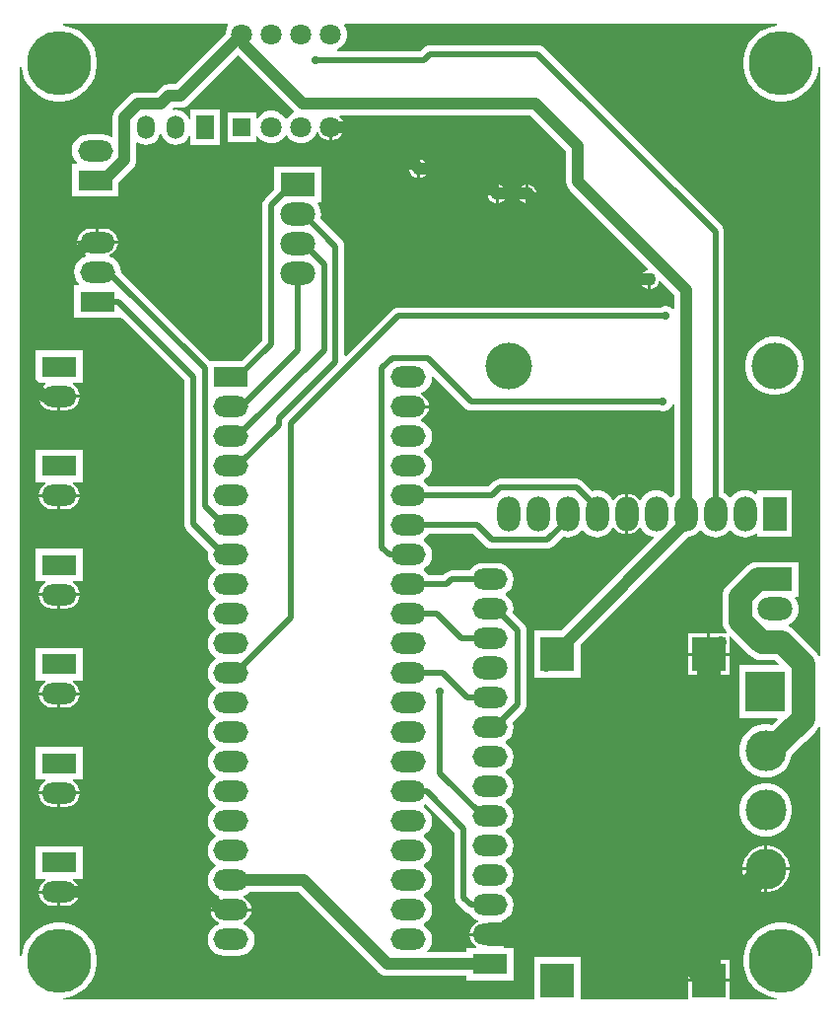
<source format=gbl>
G04*
G04 #@! TF.GenerationSoftware,Altium Limited,Altium Designer,21.3.2 (30)*
G04*
G04 Layer_Physical_Order=2*
G04 Layer_Color=16711680*
%FSTAX24Y24*%
%MOIN*%
G70*
G04*
G04 #@! TF.SameCoordinates,B2E6FB57-DAF8-471C-B04C-D09EA4292E56*
G04*
G04*
G04 #@! TF.FilePolarity,Positive*
G04*
G01*
G75*
%ADD19R,0.0591X0.0591*%
%ADD45C,0.0787*%
%ADD46C,0.0394*%
%ADD47C,0.0197*%
%ADD48C,0.1575*%
%ADD49R,0.0787X0.1181*%
%ADD50O,0.0787X0.1181*%
%ADD51R,0.1181X0.1181*%
%ADD52O,0.1181X0.0709*%
%ADD53R,0.1181X0.0709*%
%ADD54O,0.1181X0.0709*%
%ADD55R,0.1181X0.0709*%
%ADD56O,0.1181X0.0787*%
%ADD57R,0.1181X0.0787*%
%ADD58O,0.0591X0.0787*%
%ADD59R,0.0591X0.0787*%
%ADD60C,0.0709*%
%ADD61C,0.1378*%
%ADD62R,0.1378X0.1378*%
%ADD63C,0.2165*%
%ADD64C,0.0276*%
%ADD65C,0.0433*%
G36*
X025843Y033163D02*
X025685Y033138D01*
X025493Y033076D01*
X025314Y032984D01*
X025151Y032866D01*
X025008Y032723D01*
X02489Y03256D01*
X024798Y032381D01*
X024736Y032189D01*
X024705Y03199D01*
Y031789D01*
X024736Y03159D01*
X024798Y031399D01*
X02489Y031219D01*
X025008Y031056D01*
X025151Y030914D01*
X025314Y030795D01*
X025493Y030704D01*
X025685Y030642D01*
X025884Y03061D01*
X026085D01*
X026284Y030642D01*
X026475Y030704D01*
X026655Y030795D01*
X026818Y030914D01*
X02696Y031056D01*
X027079Y031219D01*
X02717Y031399D01*
X027232Y03159D01*
X027257Y031749D01*
X027307Y031745D01*
Y011877D01*
X027257Y011865D01*
X027225Y011925D01*
X027152Y012015D01*
X026429Y012738D01*
X026339Y012811D01*
X026245Y012862D01*
X026239Y012891D01*
X026242Y012917D01*
X026314Y012955D01*
X026404Y013029D01*
X026478Y013119D01*
X026532Y013222D01*
X026566Y013333D01*
X026578Y013449D01*
X026566Y013565D01*
X026532Y013676D01*
X026478Y013779D01*
X026449Y013813D01*
X026471Y013858D01*
X026575D01*
Y015039D01*
X025816D01*
X025787Y015042D01*
X025199D01*
X02517Y015039D01*
X025D01*
Y015006D01*
X024972Y014997D01*
X024869Y014942D01*
X024779Y014868D01*
X024187Y014276D01*
X024113Y014186D01*
X024058Y014084D01*
X024024Y013972D01*
X024013Y013857D01*
Y013041D01*
X024024Y012925D01*
X024058Y012814D01*
X024113Y012711D01*
X024149Y012667D01*
X024126Y012617D01*
X023591D01*
Y011977D01*
X024231D01*
Y012512D01*
X024278Y012531D01*
X02491Y011898D01*
X025Y011825D01*
X025102Y01177D01*
X025214Y011736D01*
X025329Y011725D01*
X025763D01*
X025894Y011593D01*
X025875Y011547D01*
X024567D01*
Y009776D01*
X025842D01*
X025861Y009729D01*
X025659Y009527D01*
X02556Y009547D01*
X025385D01*
X025214Y009513D01*
X025053Y009446D01*
X024908Y009349D01*
X024784Y009226D01*
X024687Y009081D01*
X024621Y00892D01*
X024587Y008749D01*
Y008574D01*
X024621Y008403D01*
X024687Y008242D01*
X024784Y008097D01*
X024908Y007973D01*
X025053Y007876D01*
X025214Y00781D01*
X025385Y007776D01*
X02556D01*
X025731Y00781D01*
X025892Y007876D01*
X026037Y007973D01*
X026161Y008097D01*
X026257Y008242D01*
X026324Y008403D01*
X026352Y008542D01*
X026679Y008869D01*
X026716Y008888D01*
X026806Y008962D01*
X027152Y009308D01*
X027225Y009398D01*
X027257Y009458D01*
X027307Y009445D01*
Y00172D01*
X027257Y001716D01*
X027232Y001874D01*
X02717Y002066D01*
X027079Y002245D01*
X02696Y002408D01*
X026818Y002551D01*
X026655Y002669D01*
X026475Y002761D01*
X026284Y002823D01*
X026085Y002854D01*
X025884D01*
X025685Y002823D01*
X025493Y002761D01*
X025314Y002669D01*
X025151Y002551D01*
X025008Y002408D01*
X02489Y002245D01*
X024798Y002066D01*
X024736Y001874D01*
X024705Y001675D01*
Y001474D01*
X024736Y001275D01*
X024798Y001084D01*
X02489Y000904D01*
X025008Y000741D01*
X025151Y000599D01*
X025314Y00048D01*
X025493Y000389D01*
X025685Y000327D01*
X025843Y000302D01*
X025839Y000252D01*
X024231D01*
Y000853D01*
X023541D01*
X02285D01*
Y000252D01*
X01921D01*
Y00169D01*
X017635D01*
Y000252D01*
X00172D01*
X001716Y000302D01*
X001874Y000327D01*
X002066Y000389D01*
X002245Y00048D01*
X002408Y000599D01*
X002551Y000741D01*
X002669Y000904D01*
X002761Y001084D01*
X002823Y001275D01*
X002854Y001474D01*
Y001675D01*
X002823Y001874D01*
X002761Y002066D01*
X002669Y002245D01*
X002551Y002408D01*
X002408Y002551D01*
X002245Y002669D01*
X002066Y002761D01*
X001874Y002823D01*
X001675Y002854D01*
X001474D01*
X001275Y002823D01*
X001084Y002761D01*
X000904Y002669D01*
X000741Y002551D01*
X000599Y002408D01*
X00048Y002245D01*
X000389Y002066D01*
X000327Y001874D01*
X000302Y001716D01*
X000252Y00172D01*
Y031745D01*
X000302Y031749D01*
X000327Y03159D01*
X000389Y031399D01*
X00048Y031219D01*
X000599Y031056D01*
X000741Y030914D01*
X000904Y030795D01*
X001084Y030704D01*
X001275Y030642D01*
X001474Y03061D01*
X001675D01*
X001874Y030642D01*
X002066Y030704D01*
X002245Y030795D01*
X002408Y030914D01*
X002551Y031056D01*
X002669Y031219D01*
X002761Y031399D01*
X002823Y03159D01*
X002854Y031789D01*
Y03199D01*
X002823Y032189D01*
X002761Y032381D01*
X002669Y03256D01*
X002551Y032723D01*
X002408Y032866D01*
X002245Y032984D01*
X002066Y033076D01*
X001874Y033138D01*
X001716Y033163D01*
X00172Y033213D01*
X00726D01*
X007289Y033163D01*
X007238Y033075D01*
X007201Y032935D01*
Y032873D01*
X005513Y031184D01*
X005276D01*
X005276Y031184D01*
X005276Y031184D01*
X005212Y031176D01*
X005173Y031171D01*
X005173Y031171D01*
X005173Y031171D01*
X005112Y031146D01*
X005077Y031131D01*
X005077Y031131D01*
X005077Y031131D01*
X005031Y031096D01*
X004995Y031068D01*
X004995Y031068D01*
X004995Y031068D01*
X004836Y030909D01*
X004226D01*
X004124Y030895D01*
X004028Y030856D01*
X003946Y030793D01*
X003503Y03035D01*
X00344Y030268D01*
X0034Y030172D01*
X003387Y030069D01*
Y029416D01*
X003342Y029394D01*
X003309Y029418D01*
X003175Y029474D01*
X003031Y029493D01*
X002559D01*
X002415Y029474D01*
X002281Y029418D01*
X002166Y02933D01*
X002078Y029215D01*
X002022Y029081D01*
X002003Y028937D01*
X002022Y028793D01*
X002078Y028659D01*
X002166Y028544D01*
X002177Y028536D01*
X002161Y028488D01*
X002008D01*
Y027386D01*
X003583D01*
Y027869D01*
X004065Y028351D01*
X004128Y028433D01*
X004167Y028529D01*
X004181Y028632D01*
Y029203D01*
X004226Y029225D01*
X004264Y029196D01*
X004383Y029147D01*
X004512Y02913D01*
X00464Y029147D01*
X00476Y029196D01*
X004863Y029275D01*
X004942Y029378D01*
X004986Y029485D01*
X004986Y029485D01*
X005037D01*
X005038Y029485D01*
X005082Y029378D01*
X005161Y029275D01*
X005264Y029196D01*
X005383Y029147D01*
X005512Y02913D01*
X00564Y029147D01*
X00576Y029196D01*
X005863Y029275D01*
X005942Y029378D01*
X00597Y029445D01*
X00602Y029435D01*
Y029134D01*
X007004D01*
Y030315D01*
X00602D01*
Y030013D01*
X00597Y030003D01*
X005942Y030071D01*
X005863Y030174D01*
X00576Y030253D01*
X00564Y030302D01*
X005512Y030319D01*
X005429Y030308D01*
X005405Y030356D01*
X00544Y03039D01*
X005677D01*
X00578Y030404D01*
X005876Y030443D01*
X005958Y030507D01*
X007622Y032171D01*
X009505Y030288D01*
X009497Y030225D01*
X009414Y030177D01*
X009311Y030075D01*
X009277Y030016D01*
X009227D01*
X009193Y030075D01*
X00909Y030177D01*
X008965Y03025D01*
X008825Y030287D01*
X008679D01*
X008539Y03025D01*
X008414Y030177D01*
X008311Y030075D01*
X008292Y030043D01*
X008244Y030056D01*
Y030228D01*
X00726D01*
Y029244D01*
X008244D01*
Y029417D01*
X008292Y02943D01*
X008311Y029398D01*
X008414Y029295D01*
X008539Y029223D01*
X008679Y029185D01*
X008825D01*
X008965Y029223D01*
X00909Y029295D01*
X009193Y029398D01*
X009227Y029457D01*
X009277D01*
X009311Y029398D01*
X009414Y029295D01*
X009539Y029223D01*
X009679Y029185D01*
X009825D01*
X009965Y029223D01*
X01009Y029295D01*
X010193Y029398D01*
X010266Y029523D01*
X010277Y029566D01*
X010327D01*
X010329Y029561D01*
X010388Y029457D01*
X010473Y029373D01*
X010577Y029313D01*
X010692Y029282D01*
X010702D01*
Y029736D01*
X010752D01*
Y029786D01*
X011206D01*
Y029796D01*
X011175Y029912D01*
X011116Y030015D01*
X011048Y030083D01*
X011069Y030133D01*
X017495D01*
X018713Y028915D01*
Y02789D01*
X018727Y027787D01*
X018766Y027691D01*
X018829Y027609D01*
X021484Y024954D01*
X021469Y024899D01*
X021418Y024885D01*
X021346Y024843D01*
X021287Y024784D01*
X021245Y024712D01*
X021226Y02464D01*
X02154D01*
Y02459D01*
X02159D01*
Y024276D01*
X021662Y024295D01*
X021734Y024337D01*
X021793Y024396D01*
X021835Y024468D01*
X021849Y024519D01*
X021904Y024534D01*
X022363Y024076D01*
Y023599D01*
X022313Y023579D01*
X022277Y023614D01*
X022201Y023658D01*
X022116Y023681D01*
X022027D01*
X021942Y023658D01*
X021918Y023644D01*
X013039D01*
X012962Y023634D01*
X012891Y023604D01*
X012829Y023557D01*
X011269Y021997D01*
X011223Y022016D01*
Y025705D01*
X011223Y025705D01*
X011213Y025782D01*
X011183Y025854D01*
X011136Y025915D01*
X011136Y025915D01*
X010414Y026637D01*
X010425Y026672D01*
X010436Y026787D01*
X010425Y026903D01*
X010391Y027014D01*
X010336Y027117D01*
X010308Y027152D01*
X010329Y027197D01*
X010433D01*
Y028378D01*
X008858D01*
Y027618D01*
X00853Y027289D01*
X008482Y027228D01*
X008452Y027156D01*
X008442Y027079D01*
Y022525D01*
X007752Y021835D01*
X006666D01*
X003665Y024835D01*
X003666Y024843D01*
X003647Y024986D01*
X003592Y02512D01*
X003503Y025236D01*
X003388Y025324D01*
X003282Y025368D01*
Y025422D01*
X003339Y025446D01*
X003434Y025518D01*
X003507Y025613D01*
X003553Y025724D01*
X003562Y025793D01*
X002874D01*
X002186D01*
X002195Y025724D01*
X002241Y025613D01*
X002314Y025518D01*
X002409Y025446D01*
X002466Y025422D01*
Y025368D01*
X00236Y025324D01*
X002245Y025236D01*
X002156Y02512D01*
X002101Y024986D01*
X002082Y024843D01*
X002101Y024699D01*
X002156Y024565D01*
X002245Y024449D01*
X002256Y024441D01*
X00224Y024394D01*
X002087D01*
Y023291D01*
X003661D01*
X003661Y023291D01*
Y023291D01*
X003707Y023277D01*
X005805Y021179D01*
Y016331D01*
X005815Y016254D01*
X005844Y016182D01*
X005892Y01612D01*
X006609Y015403D01*
X006594Y015283D01*
X006613Y01514D01*
X006668Y015005D01*
X006756Y01489D01*
X006857Y014813D01*
X006861Y0148D01*
Y014767D01*
X006857Y014754D01*
X006756Y014677D01*
X006668Y014561D01*
X006613Y014427D01*
X006594Y014283D01*
X006613Y01414D01*
X006668Y014005D01*
X006756Y01389D01*
X006857Y013813D01*
X006861Y0138D01*
Y013767D01*
X006857Y013754D01*
X006756Y013677D01*
X006668Y013561D01*
X006613Y013427D01*
X006594Y013283D01*
X006613Y01314D01*
X006668Y013005D01*
X006756Y01289D01*
X006857Y012813D01*
X006861Y0128D01*
Y012767D01*
X006857Y012754D01*
X006756Y012677D01*
X006668Y012561D01*
X006613Y012427D01*
X006594Y012283D01*
X006613Y01214D01*
X006668Y012005D01*
X006756Y01189D01*
X006857Y011813D01*
X006861Y0118D01*
Y011767D01*
X006857Y011754D01*
X006756Y011677D01*
X006668Y011561D01*
X006613Y011427D01*
X006594Y011283D01*
X006613Y01114D01*
X006668Y011005D01*
X006756Y01089D01*
X006857Y010813D01*
X006861Y0108D01*
Y010767D01*
X006857Y010754D01*
X006756Y010677D01*
X006668Y010561D01*
X006613Y010427D01*
X006594Y010283D01*
X006613Y01014D01*
X006668Y010005D01*
X006756Y00989D01*
X006857Y009813D01*
X006861Y0098D01*
Y009767D01*
X006857Y009754D01*
X006756Y009677D01*
X006668Y009561D01*
X006613Y009427D01*
X006594Y009283D01*
X006613Y00914D01*
X006668Y009005D01*
X006756Y00889D01*
X006857Y008813D01*
X006861Y0088D01*
Y008767D01*
X006857Y008754D01*
X006756Y008677D01*
X006668Y008561D01*
X006613Y008427D01*
X006594Y008283D01*
X006613Y00814D01*
X006668Y008005D01*
X006756Y00789D01*
X006857Y007813D01*
X006861Y0078D01*
Y007767D01*
X006857Y007754D01*
X006756Y007677D01*
X006668Y007561D01*
X006613Y007427D01*
X006594Y007283D01*
X006613Y00714D01*
X006668Y007005D01*
X006756Y00689D01*
X006857Y006813D01*
X006861Y0068D01*
Y006767D01*
X006857Y006754D01*
X006756Y006677D01*
X006668Y006561D01*
X006613Y006427D01*
X006594Y006283D01*
X006613Y00614D01*
X006668Y006005D01*
X006756Y00589D01*
X006857Y005813D01*
X006861Y0058D01*
Y005767D01*
X006857Y005754D01*
X006756Y005677D01*
X006668Y005561D01*
X006613Y005427D01*
X006594Y005283D01*
X006613Y00514D01*
X006668Y005005D01*
X006756Y00489D01*
X006857Y004813D01*
X006861Y0048D01*
Y004767D01*
X006857Y004754D01*
X006756Y004677D01*
X006668Y004561D01*
X006613Y004427D01*
X006594Y004283D01*
X006613Y00414D01*
X006668Y004005D01*
X006756Y00389D01*
X006872Y003802D01*
X006978Y003758D01*
Y003704D01*
X00692Y00368D01*
X006826Y003607D01*
X006753Y003513D01*
X006707Y003402D01*
X006698Y003333D01*
X008074D01*
X008065Y003402D01*
X008019Y003513D01*
X007946Y003607D01*
X007851Y00368D01*
X007794Y003704D01*
Y003758D01*
X0079Y003802D01*
X00801Y003886D01*
X009666D01*
X012384Y001168D01*
X012466Y001105D01*
X012562Y001065D01*
X012665Y001052D01*
X015354D01*
Y000898D01*
X016929D01*
Y002D01*
X016612D01*
X016602Y00205D01*
X016607Y002052D01*
X016702Y002125D01*
X016775Y00222D01*
X016821Y00233D01*
X01683Y002399D01*
X016142D01*
X015454D01*
X015463Y00233D01*
X015509Y00222D01*
X015581Y002125D01*
X015676Y002052D01*
X015681Y00205D01*
X015671Y002D01*
X015354D01*
Y001846D01*
X014031D01*
X014019Y001896D01*
X014103Y002005D01*
X014159Y00214D01*
X014178Y002283D01*
X014159Y002427D01*
X014103Y002561D01*
X014015Y002677D01*
X013914Y002754D01*
X01391Y002767D01*
Y0028D01*
X013914Y002813D01*
X014015Y00289D01*
X014103Y003005D01*
X014159Y00314D01*
X014178Y003283D01*
X014159Y003427D01*
X014103Y003561D01*
X014015Y003677D01*
X013914Y003754D01*
X01391Y003767D01*
Y0038D01*
X013914Y003813D01*
X014015Y00389D01*
X014103Y004005D01*
X014159Y00414D01*
X014178Y004283D01*
X014159Y004427D01*
X014103Y004561D01*
X014015Y004677D01*
X013914Y004754D01*
X01391Y004767D01*
Y0048D01*
X013914Y004813D01*
X014015Y00489D01*
X014103Y005005D01*
X014159Y00514D01*
X014178Y005283D01*
X014159Y005427D01*
X014103Y005561D01*
X014015Y005677D01*
X013914Y005754D01*
X01391Y005767D01*
Y0058D01*
X013914Y005813D01*
X014015Y00589D01*
X014103Y006005D01*
X014159Y00614D01*
X014178Y006283D01*
X014159Y006427D01*
X014103Y006561D01*
X014015Y006677D01*
X013914Y006754D01*
X01391Y006767D01*
Y0068D01*
X013914Y006813D01*
X013991Y006872D01*
X014952Y00591D01*
Y003699D01*
X014962Y003622D01*
X014992Y00355D01*
X015039Y003488D01*
X015289Y003238D01*
X015289Y003238D01*
X015351Y003191D01*
X015423Y003161D01*
X015432Y00316D01*
X015512Y003056D01*
X015628Y002967D01*
X015734Y002923D01*
Y002869D01*
X015676Y002846D01*
X015581Y002773D01*
X015509Y002678D01*
X015463Y002567D01*
X015454Y002499D01*
X016142D01*
X01683D01*
X016821Y002567D01*
X016775Y002678D01*
X016702Y002773D01*
X016607Y002846D01*
X01655Y002869D01*
Y002923D01*
X016656Y002967D01*
X016771Y003056D01*
X016859Y003171D01*
X016915Y003305D01*
X016934Y003449D01*
X016915Y003593D01*
X016859Y003727D01*
X016771Y003842D01*
X01667Y003919D01*
X016666Y003933D01*
Y003965D01*
X01667Y003978D01*
X016771Y004056D01*
X016859Y004171D01*
X016915Y004305D01*
X016934Y004449D01*
X016915Y004593D01*
X016859Y004727D01*
X016771Y004842D01*
X01667Y004919D01*
X016666Y004933D01*
Y004965D01*
X01667Y004978D01*
X016771Y005056D01*
X016859Y005171D01*
X016915Y005305D01*
X016934Y005449D01*
X016915Y005593D01*
X016859Y005727D01*
X016771Y005842D01*
X01667Y005919D01*
X016666Y005933D01*
Y005965D01*
X01667Y005978D01*
X016771Y006056D01*
X016859Y006171D01*
X016915Y006305D01*
X016934Y006449D01*
X016915Y006593D01*
X016859Y006727D01*
X016771Y006842D01*
X01667Y006919D01*
X016666Y006933D01*
Y006965D01*
X01667Y006978D01*
X016771Y007056D01*
X016859Y007171D01*
X016915Y007305D01*
X016934Y007449D01*
X016915Y007593D01*
X016859Y007727D01*
X016771Y007842D01*
X01667Y007919D01*
X016666Y007933D01*
Y007965D01*
X01667Y007978D01*
X016771Y008056D01*
X016859Y008171D01*
X016915Y008305D01*
X016934Y008449D01*
X016915Y008593D01*
X016859Y008727D01*
X016771Y008842D01*
X01667Y008919D01*
X016666Y008933D01*
Y008965D01*
X01667Y008978D01*
X016771Y009056D01*
X016859Y009171D01*
X016915Y009305D01*
X016934Y009449D01*
X016915Y009593D01*
X016899Y00963D01*
X017297Y010028D01*
X017297Y010028D01*
X017345Y01009D01*
X017374Y010162D01*
X017384Y010239D01*
Y012717D01*
X017374Y012794D01*
X017345Y012865D01*
X017297Y012927D01*
X017297Y012927D01*
X016915Y013309D01*
X016934Y013449D01*
X016915Y013593D01*
X016859Y013727D01*
X016771Y013842D01*
X01667Y013919D01*
X016666Y013933D01*
Y013965D01*
X01667Y013978D01*
X016771Y014056D01*
X016859Y014171D01*
X016915Y014305D01*
X016934Y014449D01*
X016915Y014593D01*
X016859Y014727D01*
X016771Y014842D01*
X016656Y01493D01*
X016522Y014986D01*
X016378Y015005D01*
X015906D01*
X015762Y014986D01*
X015628Y01493D01*
X015512Y014842D01*
X015439Y014747D01*
X014845D01*
X014768Y014736D01*
X014696Y014707D01*
X014635Y014659D01*
X014635Y014659D01*
X014557Y014581D01*
X014088D01*
X014015Y014677D01*
X013914Y014754D01*
X01391Y014767D01*
Y0148D01*
X013914Y014813D01*
X014015Y01489D01*
X014103Y015005D01*
X014159Y01514D01*
X014178Y015283D01*
X014159Y015427D01*
X014103Y015561D01*
X014015Y015677D01*
X013914Y015754D01*
X01391Y015767D01*
Y0158D01*
X013914Y015813D01*
X014015Y01589D01*
X014088Y015986D01*
X015577D01*
X015993Y01557D01*
X016054Y015523D01*
X016126Y015493D01*
X016165Y015488D01*
X016203Y015483D01*
X016203Y015483D01*
X018071D01*
X018148Y015493D01*
X01822Y015523D01*
X018281Y01557D01*
X018609Y015898D01*
X018644Y015887D01*
X01876Y015876D01*
X018876Y015887D01*
X018987Y015921D01*
X019089Y015976D01*
X019179Y01605D01*
X019228Y016109D01*
X019292D01*
X01934Y01605D01*
X01943Y015976D01*
X019533Y015921D01*
X019644Y015887D01*
X01976Y015876D01*
X019876Y015887D01*
X019987Y015921D01*
X020089Y015976D01*
X020179Y01605D01*
X020253Y01614D01*
X020285Y016199D01*
X020289Y016201D01*
X020343Y016202D01*
X020408Y016117D01*
X020511Y016038D01*
X020631Y015988D01*
X02071Y015978D01*
Y016666D01*
Y017355D01*
X020631Y017344D01*
X020511Y017294D01*
X020408Y017215D01*
X020343Y017131D01*
X020289Y017132D01*
X020285Y017134D01*
X020253Y017193D01*
X020179Y017283D01*
X020089Y017357D01*
X019987Y017411D01*
X019876Y017445D01*
X01976Y017457D01*
X019644Y017445D01*
X019609Y017435D01*
X019281Y017763D01*
X01922Y01781D01*
X019148Y01784D01*
X019071Y01785D01*
X016474D01*
X016474Y01785D01*
X016436Y017845D01*
X016397Y01784D01*
X016326Y01781D01*
X016264Y017763D01*
X016082Y017581D01*
X014088D01*
X014015Y017677D01*
X013914Y017754D01*
X01391Y017767D01*
Y0178D01*
X013914Y017813D01*
X014015Y01789D01*
X014103Y018005D01*
X014159Y01814D01*
X014178Y018283D01*
X014159Y018427D01*
X014103Y018561D01*
X014015Y018677D01*
X013914Y018754D01*
X01391Y018767D01*
Y0188D01*
X013914Y018813D01*
X014015Y01889D01*
X014103Y019005D01*
X014159Y01914D01*
X014178Y019283D01*
X014159Y019427D01*
X014103Y019561D01*
X014015Y019677D01*
X0139Y019765D01*
X013794Y019809D01*
Y019863D01*
X013851Y019887D01*
X013946Y019959D01*
X014019Y020054D01*
X014065Y020165D01*
X014074Y020233D01*
X013386D01*
Y020333D01*
X014074D01*
X014065Y020402D01*
X014019Y020513D01*
X013946Y020607D01*
X013851Y02068D01*
X013794Y020704D01*
Y020758D01*
X0139Y020802D01*
X014015Y02089D01*
X014103Y021005D01*
X014159Y02114D01*
X014178Y021283D01*
X014176Y021295D01*
X014221Y021318D01*
X015289Y020249D01*
X015289Y020249D01*
X015351Y020202D01*
X015423Y020172D01*
X0155Y020162D01*
X0155Y020162D01*
X021837D01*
X021861Y020148D01*
X021946Y020125D01*
X022034D01*
X022119Y020148D01*
X022195Y020192D01*
X022258Y020255D01*
X022302Y020331D01*
X022313Y020371D01*
X022363Y020365D01*
Y017301D01*
X02234Y017283D01*
X022292Y017224D01*
X022228D01*
X022179Y017283D01*
X02209Y017357D01*
X021987Y017411D01*
X021876Y017445D01*
X02176Y017457D01*
X021644Y017445D01*
X021533Y017411D01*
X02143Y017357D01*
X02134Y017283D01*
X021266Y017193D01*
X021235Y017134D01*
X02123Y017132D01*
X021177Y017131D01*
X021112Y017215D01*
X021009Y017294D01*
X020889Y017344D01*
X02081Y017355D01*
Y016666D01*
Y015978D01*
X020889Y015988D01*
X021009Y016038D01*
X021112Y016117D01*
X021177Y016202D01*
X02123Y016201D01*
X021235Y016199D01*
X021266Y01614D01*
X02134Y01605D01*
X02143Y015976D01*
X021533Y015921D01*
X021644Y015887D01*
X021664Y015886D01*
X021681Y015838D01*
X018556Y012714D01*
X017635D01*
Y011559D01*
X017632Y011533D01*
X017635Y011507D01*
Y011139D01*
X018003D01*
X018029Y011136D01*
X018055Y011139D01*
X01921D01*
Y012245D01*
X02285Y015885D01*
X022876Y015887D01*
X022987Y015921D01*
X023089Y015976D01*
X023179Y01605D01*
X023228Y016109D01*
X023292D01*
X02334Y01605D01*
X02343Y015976D01*
X023533Y015921D01*
X023644Y015887D01*
X02376Y015876D01*
X023876Y015887D01*
X023987Y015921D01*
X02409Y015976D01*
X024179Y01605D01*
X024228Y016109D01*
X024292D01*
X02434Y01605D01*
X02443Y015976D01*
X024533Y015921D01*
X024644Y015887D01*
X02476Y015876D01*
X024876Y015887D01*
X024987Y015921D01*
X025089Y015976D01*
X025124Y016004D01*
X025169Y015983D01*
Y015879D01*
X02635D01*
Y017454D01*
X025169D01*
Y01735D01*
X025124Y017328D01*
X025089Y017357D01*
X024987Y017411D01*
X024876Y017445D01*
X02476Y017457D01*
X024644Y017445D01*
X024533Y017411D01*
X02443Y017357D01*
X02434Y017283D01*
X024292Y017224D01*
X024228D01*
X024179Y017283D01*
X02409Y017357D01*
X024058Y017374D01*
Y0262D01*
X024058Y0262D01*
X024047Y026277D01*
X024018Y026349D01*
X02397Y026411D01*
X017966Y032415D01*
X017904Y032463D01*
X017832Y032492D01*
X017755Y032503D01*
X014105D01*
X014028Y032492D01*
X013956Y032463D01*
X013894Y032415D01*
X013894Y032415D01*
X013785Y032306D01*
X01099D01*
X010977Y032356D01*
X01109Y032421D01*
X011193Y032524D01*
X011266Y032649D01*
X011303Y03279D01*
Y032935D01*
X011266Y033075D01*
X011215Y033163D01*
X011244Y033213D01*
X025839D01*
X025843Y033163D01*
D02*
G37*
%LPC*%
G36*
X011206Y029686D02*
X010802D01*
Y029282D01*
X010812D01*
X010927Y029313D01*
X011031Y029373D01*
X011116Y029457D01*
X011175Y029561D01*
X011206Y029676D01*
Y029686D01*
D02*
G37*
G36*
X01378Y028644D02*
Y02838D01*
X014044D01*
X014025Y028452D01*
X013983Y028524D01*
X013924Y028583D01*
X013852Y028625D01*
X01378Y028644D01*
D02*
G37*
G36*
X01368D02*
X013608Y028625D01*
X013536Y028583D01*
X013477Y028524D01*
X013435Y028452D01*
X013416Y02838D01*
X01368D01*
Y028644D01*
D02*
G37*
G36*
X014044Y02828D02*
X01378D01*
Y028016D01*
X013852Y028035D01*
X013924Y028077D01*
X013983Y028136D01*
X014025Y028208D01*
X014044Y02828D01*
D02*
G37*
G36*
X01368D02*
X013416D01*
X013435Y028208D01*
X013477Y028136D01*
X013536Y028077D01*
X013608Y028035D01*
X01368Y028016D01*
Y02828D01*
D02*
G37*
G36*
X017452Y027795D02*
Y02753D01*
X017716D01*
X017697Y027602D01*
X017655Y027675D01*
X017596Y027734D01*
X017524Y027775D01*
X017452Y027795D01*
D02*
G37*
G36*
X017352D02*
X017279Y027775D01*
X017207Y027734D01*
X017148Y027675D01*
X017107Y027602D01*
X017087Y02753D01*
X017352D01*
Y027795D01*
D02*
G37*
G36*
X016428D02*
Y02753D01*
X016692D01*
X016673Y027602D01*
X016631Y027675D01*
X016572Y027734D01*
X0165Y027775D01*
X016428Y027795D01*
D02*
G37*
G36*
X016328D02*
X016256Y027775D01*
X016184Y027734D01*
X016125Y027675D01*
X016083Y027602D01*
X016064Y02753D01*
X016328D01*
Y027795D01*
D02*
G37*
G36*
X017716Y02743D02*
X017452D01*
Y027166D01*
X017524Y027185D01*
X017596Y027227D01*
X017655Y027286D01*
X017697Y027358D01*
X017716Y02743D01*
D02*
G37*
G36*
X017352D02*
X017087D01*
X017107Y027358D01*
X017148Y027286D01*
X017207Y027227D01*
X017279Y027185D01*
X017352Y027166D01*
Y02743D01*
D02*
G37*
G36*
X016692D02*
X016428D01*
Y027166D01*
X0165Y027185D01*
X016572Y027227D01*
X016631Y027286D01*
X016673Y027358D01*
X016692Y02743D01*
D02*
G37*
G36*
X016328D02*
X016064D01*
X016083Y027358D01*
X016125Y027286D01*
X016184Y027227D01*
X016256Y027185D01*
X016328Y027166D01*
Y02743D01*
D02*
G37*
G36*
X00311Y026301D02*
X002924D01*
Y025893D01*
X003562D01*
X003553Y025961D01*
X003507Y026072D01*
X003434Y026167D01*
X003339Y026239D01*
X003229Y026285D01*
X00311Y026301D01*
D02*
G37*
G36*
X002824D02*
X002638D01*
X002519Y026285D01*
X002409Y026239D01*
X002314Y026167D01*
X002241Y026072D01*
X002195Y025961D01*
X002186Y025893D01*
X002824D01*
Y026301D01*
D02*
G37*
G36*
X02149Y02454D02*
X021226D01*
X021245Y024468D01*
X021287Y024396D01*
X021346Y024337D01*
X021418Y024295D01*
X02149Y024276D01*
Y02454D01*
D02*
G37*
G36*
X025857Y022651D02*
X025663D01*
X025473Y022613D01*
X025294Y022539D01*
X025132Y022431D01*
X024995Y022294D01*
X024888Y022133D01*
X024813Y021953D01*
X024776Y021763D01*
Y021569D01*
X024813Y021379D01*
X024888Y0212D01*
X024995Y021039D01*
X025132Y020902D01*
X025294Y020794D01*
X025473Y02072D01*
X025663Y020682D01*
X025857D01*
X026047Y02072D01*
X026226Y020794D01*
X026387Y020902D01*
X026524Y021039D01*
X026632Y0212D01*
X026706Y021379D01*
X026744Y021569D01*
Y021763D01*
X026706Y021953D01*
X026632Y022133D01*
X026524Y022294D01*
X026387Y022431D01*
X026226Y022539D01*
X026047Y022613D01*
X025857Y022651D01*
D02*
G37*
G36*
X002362Y022181D02*
X000787D01*
Y021079D01*
X001104D01*
X001114Y021029D01*
X001109Y021027D01*
X001015Y020954D01*
X000942Y020859D01*
X000896Y020749D01*
X000887Y02068D01*
X001575D01*
X002263D01*
X002254Y020749D01*
X002208Y020859D01*
X002135Y020954D01*
X00204Y021027D01*
X002035Y021029D01*
X002045Y021079D01*
X002362D01*
Y022181D01*
D02*
G37*
G36*
X002263Y02058D02*
X001625D01*
Y020172D01*
X001811D01*
X00193Y020187D01*
X00204Y020233D01*
X002135Y020306D01*
X002208Y020401D01*
X002254Y020511D01*
X002263Y02058D01*
D02*
G37*
G36*
X001525D02*
X000887D01*
X000896Y020511D01*
X000942Y020401D01*
X001015Y020306D01*
X001109Y020233D01*
X00122Y020187D01*
X001339Y020172D01*
X001525D01*
Y02058D01*
D02*
G37*
G36*
X002362Y018832D02*
X000787D01*
Y017729D01*
X001104D01*
X001114Y017679D01*
X001109Y017677D01*
X001015Y017604D01*
X000942Y017509D01*
X000896Y017399D01*
X000887Y01733D01*
X001575D01*
X002263D01*
X002254Y017399D01*
X002208Y017509D01*
X002135Y017604D01*
X00204Y017677D01*
X002035Y017679D01*
X002045Y017729D01*
X002362D01*
Y018832D01*
D02*
G37*
G36*
X002263Y01723D02*
X001625D01*
Y016822D01*
X001811D01*
X00193Y016838D01*
X00204Y016883D01*
X002135Y016956D01*
X002208Y017051D01*
X002254Y017162D01*
X002263Y01723D01*
D02*
G37*
G36*
X001525D02*
X000887D01*
X000896Y017162D01*
X000942Y017051D01*
X001015Y016956D01*
X001109Y016883D01*
X00122Y016838D01*
X001339Y016822D01*
X001525D01*
Y01723D01*
D02*
G37*
G36*
X002362Y015482D02*
X000787D01*
Y01438D01*
X001104D01*
X001114Y01433D01*
X001109Y014328D01*
X001015Y014255D01*
X000942Y01416D01*
X000896Y014049D01*
X000887Y013981D01*
X001575D01*
X002263D01*
X002254Y014049D01*
X002208Y01416D01*
X002135Y014255D01*
X00204Y014328D01*
X002035Y01433D01*
X002045Y01438D01*
X002362D01*
Y015482D01*
D02*
G37*
G36*
X002263Y013881D02*
X001625D01*
Y013472D01*
X001811D01*
X00193Y013488D01*
X00204Y013534D01*
X002135Y013607D01*
X002208Y013702D01*
X002254Y013812D01*
X002263Y013881D01*
D02*
G37*
G36*
X001525D02*
X000887D01*
X000896Y013812D01*
X000942Y013702D01*
X001015Y013607D01*
X001109Y013534D01*
X00122Y013488D01*
X001339Y013472D01*
X001525D01*
Y013881D01*
D02*
G37*
G36*
X023491Y012617D02*
X02285D01*
Y011977D01*
X023491D01*
Y012617D01*
D02*
G37*
G36*
X024231Y011877D02*
X023591D01*
Y011236D01*
X024231D01*
Y011877D01*
D02*
G37*
G36*
X023491D02*
X02285D01*
Y011236D01*
X023491D01*
Y011877D01*
D02*
G37*
G36*
X002362Y012132D02*
X000787D01*
Y01103D01*
X001104D01*
X001114Y01098D01*
X001109Y010978D01*
X001015Y010905D01*
X000942Y01081D01*
X000896Y0107D01*
X000887Y010631D01*
X001575D01*
X002263D01*
X002254Y0107D01*
X002208Y01081D01*
X002135Y010905D01*
X00204Y010978D01*
X002035Y01098D01*
X002045Y01103D01*
X002362D01*
Y012132D01*
D02*
G37*
G36*
X002263Y010531D02*
X001625D01*
Y010123D01*
X001811D01*
X00193Y010138D01*
X00204Y010184D01*
X002135Y010257D01*
X002208Y010352D01*
X002254Y010462D01*
X002263Y010531D01*
D02*
G37*
G36*
X001525D02*
X000887D01*
X000896Y010462D01*
X000942Y010352D01*
X001015Y010257D01*
X001109Y010184D01*
X00122Y010138D01*
X001339Y010123D01*
X001525D01*
Y010531D01*
D02*
G37*
G36*
X002362Y008783D02*
X000787D01*
Y00768D01*
X001104D01*
X001114Y00763D01*
X001109Y007628D01*
X001015Y007556D01*
X000942Y007461D01*
X000896Y00735D01*
X000887Y007282D01*
X001575D01*
X002263D01*
X002254Y00735D01*
X002208Y007461D01*
X002135Y007556D01*
X00204Y007628D01*
X002035Y00763D01*
X002045Y00768D01*
X002362D01*
Y008783D01*
D02*
G37*
G36*
X002263Y007182D02*
X001625D01*
Y006773D01*
X001811D01*
X00193Y006789D01*
X00204Y006835D01*
X002135Y006907D01*
X002208Y007002D01*
X002254Y007113D01*
X002263Y007182D01*
D02*
G37*
G36*
X001525D02*
X000887D01*
X000896Y007113D01*
X000942Y007002D01*
X001015Y006907D01*
X001109Y006835D01*
X00122Y006789D01*
X001339Y006773D01*
X001525D01*
Y007182D01*
D02*
G37*
G36*
X02556Y007547D02*
X025385D01*
X025214Y007513D01*
X025053Y007446D01*
X024908Y007349D01*
X024784Y007226D01*
X024687Y007081D01*
X024621Y00692D01*
X024587Y006749D01*
Y006574D01*
X024621Y006403D01*
X024687Y006242D01*
X024784Y006097D01*
X024908Y005973D01*
X025053Y005876D01*
X025214Y00581D01*
X025385Y005776D01*
X02556D01*
X025731Y00581D01*
X025892Y005876D01*
X026037Y005973D01*
X026161Y006097D01*
X026257Y006242D01*
X026324Y006403D01*
X026358Y006574D01*
Y006749D01*
X026324Y00692D01*
X026257Y007081D01*
X026161Y007226D01*
X026037Y007349D01*
X025892Y007446D01*
X025731Y007513D01*
X02556Y007547D01*
D02*
G37*
G36*
X02555Y00546D02*
X025522D01*
Y004721D01*
X026261D01*
Y004749D01*
X026231Y004902D01*
X026172Y005045D01*
X026085Y005174D01*
X025975Y005284D01*
X025846Y005371D01*
X025703Y00543D01*
X02555Y00546D01*
D02*
G37*
G36*
X025422D02*
X025395D01*
X025242Y00543D01*
X025099Y005371D01*
X024969Y005284D01*
X02486Y005174D01*
X024773Y005045D01*
X024714Y004902D01*
X024683Y004749D01*
Y004721D01*
X025422D01*
Y00546D01*
D02*
G37*
G36*
X002362Y005433D02*
X000787D01*
Y004331D01*
X001104D01*
X001114Y004281D01*
X001109Y004279D01*
X001015Y004206D01*
X000942Y004111D01*
X000896Y004D01*
X000887Y003932D01*
X001575D01*
X002263D01*
X002254Y004D01*
X002208Y004111D01*
X002135Y004206D01*
X00204Y004279D01*
X002035Y004281D01*
X002045Y004331D01*
X002362D01*
Y005433D01*
D02*
G37*
G36*
X026261Y004621D02*
X025522D01*
Y003882D01*
X02555D01*
X025703Y003913D01*
X025846Y003972D01*
X025975Y004059D01*
X026085Y004168D01*
X026172Y004298D01*
X026231Y004441D01*
X026261Y004594D01*
Y004621D01*
D02*
G37*
G36*
X025422D02*
X024683D01*
Y004594D01*
X024714Y004441D01*
X024773Y004298D01*
X02486Y004168D01*
X024969Y004059D01*
X025099Y003972D01*
X025242Y003913D01*
X025395Y003882D01*
X025422D01*
Y004621D01*
D02*
G37*
G36*
X002263Y003832D02*
X001625D01*
Y003424D01*
X001811D01*
X00193Y003439D01*
X00204Y003485D01*
X002135Y003558D01*
X002208Y003653D01*
X002254Y003763D01*
X002263Y003832D01*
D02*
G37*
G36*
X001525D02*
X000887D01*
X000896Y003763D01*
X000942Y003653D01*
X001015Y003558D01*
X001109Y003485D01*
X00122Y003439D01*
X001339Y003424D01*
X001525D01*
Y003832D01*
D02*
G37*
G36*
X008074Y003233D02*
X006698D01*
X006707Y003165D01*
X006753Y003054D01*
X006826Y002959D01*
X00692Y002887D01*
X006978Y002863D01*
Y002809D01*
X006872Y002765D01*
X006756Y002677D01*
X006668Y002561D01*
X006613Y002427D01*
X006594Y002283D01*
X006613Y00214D01*
X006668Y002005D01*
X006756Y00189D01*
X006872Y001802D01*
X007006Y001746D01*
X00715Y001728D01*
X007622D01*
X007766Y001746D01*
X0079Y001802D01*
X008015Y00189D01*
X008104Y002005D01*
X008159Y00214D01*
X008178Y002283D01*
X008159Y002427D01*
X008104Y002561D01*
X008015Y002677D01*
X0079Y002765D01*
X007794Y002809D01*
Y002863D01*
X007851Y002887D01*
X007946Y002959D01*
X008019Y003054D01*
X008065Y003165D01*
X008074Y003233D01*
D02*
G37*
G36*
X024231Y001594D02*
X023591D01*
Y000953D01*
X024231D01*
Y001594D01*
D02*
G37*
G36*
X023491D02*
X02285D01*
Y000953D01*
X023491D01*
Y001594D01*
D02*
G37*
%LPD*%
D19*
X007752Y029736D02*
D03*
D45*
X023541Y00274D02*
Y011927D01*
Y000903D02*
Y00274D01*
X016142Y002449D02*
X021995D01*
X023541Y000903D01*
X025632Y008661D02*
X026353Y009382D01*
X026386D02*
X026732Y009728D01*
Y011595D01*
X025472Y008661D02*
X025632D01*
X026009Y012318D02*
X026732Y011595D01*
X025329Y012318D02*
X026009D01*
X024606Y013041D02*
X025329Y012318D01*
X024606Y013041D02*
Y013857D01*
X026353Y009382D02*
X026386D01*
X025199Y014449D02*
X025787D01*
X024606Y013857D02*
X025199Y014449D01*
X023541Y00274D02*
X025472Y004671D01*
D46*
X001575Y003882D02*
X006466D01*
X007064Y003283D02*
X007386D01*
X006466Y003882D02*
X007064Y003283D01*
X001073Y02063D02*
X001575D01*
X000591Y021113D02*
Y023898D01*
Y021113D02*
X001073Y02063D01*
X000591Y023898D02*
X002535Y025843D01*
X002874D01*
X012324Y029736D02*
X01373Y02833D01*
X010752Y029736D02*
X012324D01*
X01373Y02833D02*
X015528D01*
X018066Y026895D02*
X018644Y026317D01*
Y025856D02*
Y026317D01*
Y025856D02*
X01991Y02459D01*
X023541Y011927D02*
X023934Y01232D01*
X01991Y02459D02*
X02154D01*
X017402Y02748D02*
X017987Y026895D01*
X018066D01*
X016378Y02748D02*
X017402D01*
X015528Y02833D02*
X016378Y02748D01*
X022684Y016288D02*
X02276Y016363D01*
X022684Y016281D02*
Y016288D01*
X018777Y011848D02*
Y012373D01*
X022684Y016281D01*
X02276Y016363D02*
Y02424D01*
X007812Y032732D02*
Y032802D01*
X007622Y032732D02*
X007752Y032862D01*
X007812Y032802D01*
Y032542D02*
X009824Y03053D01*
X01766D01*
X005677Y030787D02*
X007622Y032732D01*
X007812Y032542D02*
Y032732D01*
X018029Y011533D02*
X018381Y011885D01*
X01766Y03053D02*
X01911Y02908D01*
Y02789D02*
Y02908D01*
Y02789D02*
X02276Y02424D01*
X002795Y027937D02*
X003089D01*
X003784Y028632D01*
Y030069D01*
X004226Y030512D01*
X005D01*
X005276Y030787D01*
X005677D01*
X012665Y001449D02*
X016142D01*
X00983Y004283D02*
X012665Y001449D01*
X007386Y004283D02*
X00983D01*
D47*
X002874Y024843D02*
X003236D01*
X0065Y021579D01*
Y016933D02*
Y021579D01*
Y016933D02*
X00715Y016283D01*
X007386D01*
X002874Y023843D02*
X003562D01*
X006102Y021302D01*
Y016331D02*
Y021302D01*
Y016331D02*
X00715Y015283D01*
X007386D01*
X013386Y014283D02*
X01468D01*
X014845Y014449D01*
X016142D01*
Y013449D02*
X016354D01*
X017087Y012717D01*
Y010239D02*
Y012717D01*
X016297Y009449D02*
X017087Y010239D01*
X016142Y009449D02*
X016297D01*
X015906Y006449D02*
X016142D01*
X014449Y007906D02*
X015906Y006449D01*
X014449Y007906D02*
Y010669D01*
X015175Y012449D02*
X016142D01*
X01434Y013283D02*
X015175Y012449D01*
X013386Y013283D02*
X01434D01*
X007386Y020283D02*
X007748D01*
X009646Y022181D01*
Y024787D01*
X007386Y018283D02*
X007622D01*
X009016Y019677D01*
Y019879D01*
X010925Y021789D01*
Y025705D01*
X009843Y026787D02*
X010925Y025705D01*
X009646Y026787D02*
X009843D01*
X007386Y019283D02*
X007622D01*
X010531Y022193D01*
Y025098D01*
X009843Y025787D02*
X010531Y025098D01*
X009646Y025787D02*
X009843D01*
X007386Y021283D02*
X007622D01*
X00874Y022402D01*
Y027079D01*
X009449Y027787D01*
X009646D01*
X01538Y010449D02*
X016142D01*
X014545Y011283D02*
X01538Y010449D01*
X013386Y011283D02*
X014545D01*
X01275Y015283D02*
X013386D01*
X01249Y015543D02*
X01275Y015283D01*
X01249Y015543D02*
Y02159D01*
X012833Y021933D01*
X014027D01*
X0155Y02046D01*
X02199D01*
X007386Y011283D02*
X007543D01*
X009409Y01315D01*
Y019716D01*
X013039Y023346D01*
X022071D01*
X013908Y032008D02*
X014105Y032205D01*
X010236Y032008D02*
X013908D01*
X014105Y032205D02*
X017755D01*
X02376Y0262D01*
Y016666D02*
Y0262D01*
X013386Y007283D02*
X014D01*
X01525Y006033D01*
Y003699D02*
Y006033D01*
Y003699D02*
X0155Y003449D01*
X016142D01*
X013386Y017283D02*
X016206D01*
X016474Y017552D01*
X019071D01*
X01976Y016863D01*
Y016666D02*
Y016863D01*
X013386Y016283D02*
X0157D01*
X016203Y015781D01*
X018071D01*
X01876Y016469D01*
Y016666D01*
D48*
X02576Y021666D02*
D03*
X01676D02*
D03*
D49*
X02576Y016666D02*
D03*
D50*
X02476D02*
D03*
X02376D02*
D03*
X02276D02*
D03*
X02176D02*
D03*
X01676D02*
D03*
X01776D02*
D03*
X01876D02*
D03*
X01976D02*
D03*
X02076D02*
D03*
D51*
X023541Y000903D02*
D03*
Y011927D02*
D03*
X018423Y000903D02*
D03*
Y011927D02*
D03*
D52*
X013386Y002283D02*
D03*
Y003283D02*
D03*
Y004283D02*
D03*
Y005283D02*
D03*
Y006283D02*
D03*
Y007283D02*
D03*
Y008283D02*
D03*
Y009283D02*
D03*
Y010283D02*
D03*
Y011283D02*
D03*
Y012283D02*
D03*
Y013283D02*
D03*
Y014283D02*
D03*
Y015283D02*
D03*
Y016283D02*
D03*
Y017283D02*
D03*
Y018283D02*
D03*
Y019283D02*
D03*
Y020283D02*
D03*
Y021283D02*
D03*
X007386Y002283D02*
D03*
Y003283D02*
D03*
Y004283D02*
D03*
Y005283D02*
D03*
Y006283D02*
D03*
Y007283D02*
D03*
Y008283D02*
D03*
Y009283D02*
D03*
Y010283D02*
D03*
Y011283D02*
D03*
Y012283D02*
D03*
Y013283D02*
D03*
Y014283D02*
D03*
Y015283D02*
D03*
Y016283D02*
D03*
Y017283D02*
D03*
Y018283D02*
D03*
Y019283D02*
D03*
Y020283D02*
D03*
X002874Y024843D02*
D03*
Y025843D02*
D03*
X002795Y028937D02*
D03*
D53*
X007386Y021283D02*
D03*
X002874Y023843D02*
D03*
X002795Y027937D02*
D03*
D54*
X001575Y007232D02*
D03*
Y003882D02*
D03*
Y013931D02*
D03*
Y02063D02*
D03*
Y01728D02*
D03*
Y010581D02*
D03*
X016142Y014449D02*
D03*
Y013449D02*
D03*
Y012449D02*
D03*
Y010449D02*
D03*
Y009449D02*
D03*
Y008449D02*
D03*
Y007449D02*
D03*
Y006449D02*
D03*
Y005449D02*
D03*
Y004449D02*
D03*
Y003449D02*
D03*
Y002449D02*
D03*
D55*
X001575Y008231D02*
D03*
Y004882D02*
D03*
Y014931D02*
D03*
Y02163D02*
D03*
Y01828D02*
D03*
Y011581D02*
D03*
X016142Y001449D02*
D03*
D56*
X009646Y024787D02*
D03*
Y026787D02*
D03*
Y025787D02*
D03*
X025787Y013449D02*
D03*
X016142Y011449D02*
D03*
D57*
X009646Y027787D02*
D03*
X025787Y014449D02*
D03*
D58*
X004512Y029724D02*
D03*
X005512D02*
D03*
D59*
X006512D02*
D03*
D60*
X007752Y032862D02*
D03*
X008752D02*
D03*
X009752D02*
D03*
X010752D02*
D03*
Y029736D02*
D03*
X009752D02*
D03*
X008752D02*
D03*
D61*
X025472Y004671D02*
D03*
Y006661D02*
D03*
Y008661D02*
D03*
D62*
X025452Y010661D02*
D03*
D63*
X001575Y03189D02*
D03*
X025984Y001575D02*
D03*
Y03189D02*
D03*
X001575Y001575D02*
D03*
D64*
X014449Y010669D02*
D03*
X02199Y02046D02*
D03*
X022071Y023346D02*
D03*
X010236Y032008D02*
D03*
D65*
X01373Y02833D02*
D03*
X02154Y02459D02*
D03*
X016378Y02748D02*
D03*
X017402D02*
D03*
M02*

</source>
